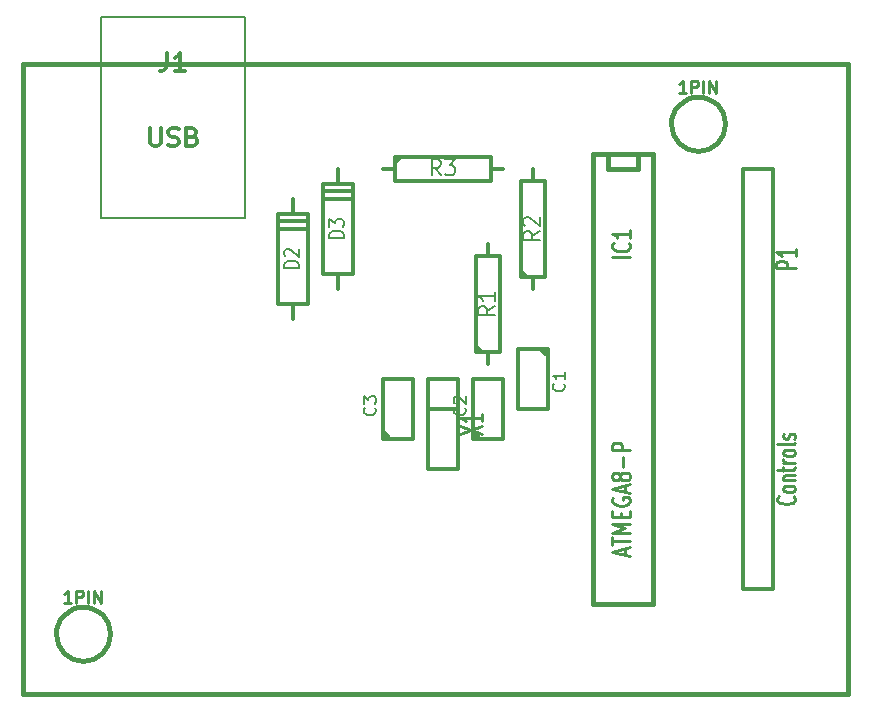
<source format=gto>
G04 (created by PCBNEW-RS274X (2010-05-09 BZR 2366)-stable) date Mon 06 Sep 2010 10:30:12 PM EDT*
G01*
G70*
G90*
%MOIN*%
G04 Gerber Fmt 3.4, Leading zero omitted, Abs format*
%FSLAX34Y34*%
G04 APERTURE LIST*
%ADD10C,0.006000*%
%ADD11C,0.015000*%
%ADD12C,0.012000*%
%ADD13C,0.005000*%
%ADD14C,0.008000*%
%ADD15C,0.011300*%
%ADD16C,0.010700*%
%ADD17C,0.010000*%
%ADD18C,0.010600*%
G04 APERTURE END LIST*
G54D10*
G54D11*
X06000Y-27500D02*
X33500Y-27500D01*
X06000Y-06500D02*
X06000Y-27500D01*
X33500Y-06500D02*
X06000Y-06500D01*
X33500Y-27500D02*
X33500Y-06500D01*
G54D12*
X18000Y-18980D02*
X18000Y-17000D01*
X18000Y-17000D02*
X19000Y-17000D01*
X19000Y-17000D02*
X19000Y-19000D01*
X19000Y-19000D02*
X18000Y-19000D01*
X18250Y-19000D02*
X18000Y-18750D01*
X21000Y-18980D02*
X21000Y-17000D01*
X21000Y-17000D02*
X22000Y-17000D01*
X22000Y-17000D02*
X22000Y-19000D01*
X22000Y-19000D02*
X21000Y-19000D01*
X21250Y-19000D02*
X21000Y-18750D01*
X23500Y-16020D02*
X23500Y-18000D01*
X23500Y-18000D02*
X22500Y-18000D01*
X22500Y-18000D02*
X22500Y-16000D01*
X22500Y-16000D02*
X23500Y-16000D01*
X23250Y-16000D02*
X23500Y-16250D01*
X16000Y-13500D02*
X16000Y-10500D01*
X16000Y-10500D02*
X17000Y-10500D01*
X17000Y-10500D02*
X17000Y-13500D01*
X17000Y-13500D02*
X16000Y-13500D01*
X16000Y-10750D02*
X17000Y-10750D01*
X17000Y-11000D02*
X16000Y-11000D01*
X16500Y-13500D02*
X16500Y-14000D01*
X16500Y-10500D02*
X16500Y-10000D01*
X14500Y-14500D02*
X14500Y-11500D01*
X14500Y-11500D02*
X15500Y-11500D01*
X15500Y-11500D02*
X15500Y-14500D01*
X15500Y-14500D02*
X14500Y-14500D01*
X14500Y-11750D02*
X15500Y-11750D01*
X15500Y-12000D02*
X14500Y-12000D01*
X15000Y-14500D02*
X15000Y-15000D01*
X15000Y-11500D02*
X15000Y-11000D01*
G54D11*
X27000Y-09500D02*
X27000Y-24500D01*
X27000Y-24500D02*
X25000Y-24500D01*
X25000Y-24500D02*
X25000Y-09500D01*
X25000Y-09500D02*
X27000Y-09500D01*
X26500Y-09500D02*
X26500Y-10000D01*
X26500Y-10000D02*
X25500Y-10000D01*
X25500Y-10000D02*
X25500Y-09500D01*
G54D12*
X18000Y-10000D02*
X18400Y-10000D01*
X18400Y-10000D02*
X18400Y-09600D01*
X18400Y-09600D02*
X21600Y-09600D01*
X21600Y-09600D02*
X21600Y-10400D01*
X21600Y-10400D02*
X18400Y-10400D01*
X18400Y-10400D02*
X18400Y-10000D01*
X18400Y-09800D02*
X18600Y-09600D01*
X22000Y-10000D02*
X21600Y-10000D01*
X23000Y-14000D02*
X23000Y-13600D01*
X23000Y-13600D02*
X22600Y-13600D01*
X22600Y-13600D02*
X22600Y-10400D01*
X22600Y-10400D02*
X23400Y-10400D01*
X23400Y-10400D02*
X23400Y-13600D01*
X23400Y-13600D02*
X23000Y-13600D01*
X22800Y-13600D02*
X22600Y-13400D01*
X23000Y-10000D02*
X23000Y-10400D01*
X21500Y-16500D02*
X21500Y-16100D01*
X21500Y-16100D02*
X21100Y-16100D01*
X21100Y-16100D02*
X21100Y-12900D01*
X21100Y-12900D02*
X21900Y-12900D01*
X21900Y-12900D02*
X21900Y-16100D01*
X21900Y-16100D02*
X21500Y-16100D01*
X21300Y-16100D02*
X21100Y-15900D01*
X21500Y-12500D02*
X21500Y-12900D01*
X31000Y-10000D02*
X31000Y-24000D01*
X31000Y-24000D02*
X30000Y-24000D01*
X30000Y-24000D02*
X30000Y-10000D01*
X30000Y-10000D02*
X31000Y-10000D01*
X19500Y-17000D02*
X20500Y-17000D01*
X20500Y-17000D02*
X20500Y-20000D01*
X20500Y-20000D02*
X19500Y-20000D01*
X19500Y-20000D02*
X19500Y-17000D01*
X20500Y-18000D02*
X19500Y-18000D01*
G54D13*
X13400Y-04950D02*
X08600Y-04950D01*
X08600Y-04950D02*
X08600Y-11650D01*
X08600Y-11650D02*
X13400Y-11650D01*
X13400Y-11650D02*
X13400Y-04950D01*
G54D11*
X29400Y-08500D02*
X29382Y-08674D01*
X29332Y-08842D01*
X29249Y-08998D01*
X29138Y-09134D01*
X29003Y-09246D01*
X28848Y-09329D01*
X28680Y-09381D01*
X28506Y-09399D01*
X28332Y-09384D01*
X28163Y-09334D01*
X28008Y-09253D01*
X27871Y-09143D01*
X27758Y-09008D01*
X27673Y-08854D01*
X27620Y-08687D01*
X27601Y-08512D01*
X27615Y-08338D01*
X27664Y-08169D01*
X27744Y-08013D01*
X27853Y-07875D01*
X27987Y-07761D01*
X28140Y-07676D01*
X28307Y-07621D01*
X28482Y-07601D01*
X28656Y-07614D01*
X28825Y-07661D01*
X28982Y-07741D01*
X29120Y-07849D01*
X29235Y-07982D01*
X29322Y-08134D01*
X29377Y-08301D01*
X29399Y-08475D01*
X29400Y-08500D01*
X08900Y-25500D02*
X08882Y-25674D01*
X08832Y-25842D01*
X08749Y-25998D01*
X08638Y-26134D01*
X08503Y-26246D01*
X08348Y-26329D01*
X08180Y-26381D01*
X08006Y-26399D01*
X07832Y-26384D01*
X07663Y-26334D01*
X07508Y-26253D01*
X07371Y-26143D01*
X07258Y-26008D01*
X07173Y-25854D01*
X07120Y-25687D01*
X07101Y-25512D01*
X07115Y-25338D01*
X07164Y-25169D01*
X07244Y-25013D01*
X07353Y-24875D01*
X07487Y-24761D01*
X07640Y-24676D01*
X07807Y-24621D01*
X07982Y-24601D01*
X08156Y-24614D01*
X08325Y-24661D01*
X08482Y-24741D01*
X08620Y-24849D01*
X08735Y-24982D01*
X08822Y-25134D01*
X08877Y-25301D01*
X08899Y-25475D01*
X08900Y-25500D01*
G54D14*
X17724Y-17966D02*
X17743Y-17985D01*
X17762Y-18042D01*
X17762Y-18080D01*
X17743Y-18138D01*
X17705Y-18176D01*
X17667Y-18195D01*
X17590Y-18214D01*
X17533Y-18214D01*
X17457Y-18195D01*
X17419Y-18176D01*
X17381Y-18138D01*
X17362Y-18080D01*
X17362Y-18042D01*
X17381Y-17985D01*
X17400Y-17966D01*
X17362Y-17833D02*
X17362Y-17585D01*
X17514Y-17719D01*
X17514Y-17661D01*
X17533Y-17623D01*
X17552Y-17604D01*
X17590Y-17585D01*
X17686Y-17585D01*
X17724Y-17604D01*
X17743Y-17623D01*
X17762Y-17661D01*
X17762Y-17776D01*
X17743Y-17814D01*
X17724Y-17833D01*
X20724Y-17966D02*
X20743Y-17985D01*
X20762Y-18042D01*
X20762Y-18080D01*
X20743Y-18138D01*
X20705Y-18176D01*
X20667Y-18195D01*
X20590Y-18214D01*
X20533Y-18214D01*
X20457Y-18195D01*
X20419Y-18176D01*
X20381Y-18138D01*
X20362Y-18080D01*
X20362Y-18042D01*
X20381Y-17985D01*
X20400Y-17966D01*
X20400Y-17814D02*
X20381Y-17795D01*
X20362Y-17757D01*
X20362Y-17661D01*
X20381Y-17623D01*
X20400Y-17604D01*
X20438Y-17585D01*
X20476Y-17585D01*
X20533Y-17604D01*
X20762Y-17833D01*
X20762Y-17585D01*
X24024Y-17166D02*
X24043Y-17185D01*
X24062Y-17242D01*
X24062Y-17280D01*
X24043Y-17338D01*
X24005Y-17376D01*
X23967Y-17395D01*
X23890Y-17414D01*
X23833Y-17414D01*
X23757Y-17395D01*
X23719Y-17376D01*
X23681Y-17338D01*
X23662Y-17280D01*
X23662Y-17242D01*
X23681Y-17185D01*
X23700Y-17166D01*
X24062Y-16785D02*
X24062Y-17014D01*
X24062Y-16900D02*
X23662Y-16900D01*
X23719Y-16938D01*
X23757Y-16976D01*
X23776Y-17014D01*
X16702Y-12295D02*
X16202Y-12295D01*
X16202Y-12200D01*
X16226Y-12142D01*
X16274Y-12104D01*
X16321Y-12085D01*
X16417Y-12066D01*
X16488Y-12066D01*
X16583Y-12085D01*
X16631Y-12104D01*
X16679Y-12142D01*
X16702Y-12200D01*
X16702Y-12295D01*
X16202Y-11933D02*
X16202Y-11685D01*
X16393Y-11819D01*
X16393Y-11761D01*
X16417Y-11723D01*
X16440Y-11704D01*
X16488Y-11685D01*
X16607Y-11685D01*
X16655Y-11704D01*
X16679Y-11723D01*
X16702Y-11761D01*
X16702Y-11876D01*
X16679Y-11914D01*
X16655Y-11933D01*
X15202Y-13295D02*
X14702Y-13295D01*
X14702Y-13200D01*
X14726Y-13142D01*
X14774Y-13104D01*
X14821Y-13085D01*
X14917Y-13066D01*
X14988Y-13066D01*
X15083Y-13085D01*
X15131Y-13104D01*
X15179Y-13142D01*
X15202Y-13200D01*
X15202Y-13295D01*
X14750Y-12914D02*
X14726Y-12895D01*
X14702Y-12857D01*
X14702Y-12761D01*
X14726Y-12723D01*
X14750Y-12704D01*
X14798Y-12685D01*
X14845Y-12685D01*
X14917Y-12704D01*
X15202Y-12933D01*
X15202Y-12685D01*
G54D15*
X26243Y-12939D02*
X25643Y-12939D01*
X26186Y-12468D02*
X26214Y-12489D01*
X26243Y-12553D01*
X26243Y-12596D01*
X26214Y-12661D01*
X26157Y-12703D01*
X26100Y-12725D01*
X25986Y-12746D01*
X25900Y-12746D01*
X25786Y-12725D01*
X25729Y-12703D01*
X25671Y-12661D01*
X25643Y-12596D01*
X25643Y-12553D01*
X25671Y-12489D01*
X25700Y-12468D01*
X26243Y-12039D02*
X26243Y-12296D01*
X26243Y-12168D02*
X25643Y-12168D01*
X25729Y-12211D01*
X25786Y-12253D01*
X25814Y-12296D01*
X26071Y-22875D02*
X26071Y-22661D01*
X26243Y-22918D02*
X25643Y-22768D01*
X26243Y-22618D01*
X25643Y-22532D02*
X25643Y-22275D01*
X26243Y-22404D02*
X25643Y-22404D01*
X26243Y-22125D02*
X25643Y-22125D01*
X26071Y-21975D01*
X25643Y-21825D01*
X26243Y-21825D01*
X25929Y-21611D02*
X25929Y-21461D01*
X26243Y-21397D02*
X26243Y-21611D01*
X25643Y-21611D01*
X25643Y-21397D01*
X25671Y-20968D02*
X25643Y-21011D01*
X25643Y-21075D01*
X25671Y-21140D01*
X25729Y-21182D01*
X25786Y-21204D01*
X25900Y-21225D01*
X25986Y-21225D01*
X26100Y-21204D01*
X26157Y-21182D01*
X26214Y-21140D01*
X26243Y-21075D01*
X26243Y-21032D01*
X26214Y-20968D01*
X26186Y-20947D01*
X25986Y-20947D01*
X25986Y-21032D01*
X26071Y-20775D02*
X26071Y-20561D01*
X26243Y-20818D02*
X25643Y-20668D01*
X26243Y-20518D01*
X25900Y-20304D02*
X25871Y-20346D01*
X25843Y-20368D01*
X25786Y-20389D01*
X25757Y-20389D01*
X25700Y-20368D01*
X25671Y-20346D01*
X25643Y-20304D01*
X25643Y-20218D01*
X25671Y-20175D01*
X25700Y-20154D01*
X25757Y-20132D01*
X25786Y-20132D01*
X25843Y-20154D01*
X25871Y-20175D01*
X25900Y-20218D01*
X25900Y-20304D01*
X25929Y-20346D01*
X25957Y-20368D01*
X26014Y-20389D01*
X26129Y-20389D01*
X26186Y-20368D01*
X26214Y-20346D01*
X26243Y-20304D01*
X26243Y-20218D01*
X26214Y-20175D01*
X26186Y-20154D01*
X26129Y-20132D01*
X26014Y-20132D01*
X25957Y-20154D01*
X25929Y-20175D01*
X25900Y-20218D01*
X26014Y-19939D02*
X26014Y-19596D01*
X26243Y-19382D02*
X25643Y-19382D01*
X25643Y-19210D01*
X25671Y-19168D01*
X25700Y-19146D01*
X25757Y-19125D01*
X25843Y-19125D01*
X25900Y-19146D01*
X25929Y-19168D01*
X25957Y-19210D01*
X25957Y-19382D01*
G54D14*
X19917Y-10223D02*
X19750Y-09961D01*
X19631Y-10223D02*
X19631Y-09673D01*
X19822Y-09673D01*
X19869Y-09699D01*
X19893Y-09725D01*
X19917Y-09777D01*
X19917Y-09856D01*
X19893Y-09908D01*
X19869Y-09935D01*
X19822Y-09961D01*
X19631Y-09961D01*
X20083Y-09673D02*
X20393Y-09673D01*
X20226Y-09882D01*
X20298Y-09882D01*
X20345Y-09908D01*
X20369Y-09935D01*
X20393Y-09987D01*
X20393Y-10118D01*
X20369Y-10170D01*
X20345Y-10196D01*
X20298Y-10223D01*
X20155Y-10223D01*
X20107Y-10196D01*
X20083Y-10170D01*
X23223Y-12083D02*
X22961Y-12250D01*
X23223Y-12369D02*
X22673Y-12369D01*
X22673Y-12178D01*
X22699Y-12131D01*
X22725Y-12107D01*
X22777Y-12083D01*
X22856Y-12083D01*
X22908Y-12107D01*
X22935Y-12131D01*
X22961Y-12178D01*
X22961Y-12369D01*
X22725Y-11893D02*
X22699Y-11869D01*
X22673Y-11821D01*
X22673Y-11702D01*
X22699Y-11655D01*
X22725Y-11631D01*
X22777Y-11607D01*
X22830Y-11607D01*
X22908Y-11631D01*
X23223Y-11917D01*
X23223Y-11607D01*
X21723Y-14583D02*
X21461Y-14750D01*
X21723Y-14869D02*
X21173Y-14869D01*
X21173Y-14678D01*
X21199Y-14631D01*
X21225Y-14607D01*
X21277Y-14583D01*
X21356Y-14583D01*
X21408Y-14607D01*
X21435Y-14631D01*
X21461Y-14678D01*
X21461Y-14869D01*
X21723Y-14107D02*
X21723Y-14393D01*
X21723Y-14250D02*
X21173Y-14250D01*
X21251Y-14298D01*
X21304Y-14345D01*
X21330Y-14393D01*
G54D16*
X31775Y-13316D02*
X31094Y-13316D01*
X31094Y-13153D01*
X31127Y-13112D01*
X31159Y-13092D01*
X31224Y-13072D01*
X31321Y-13072D01*
X31386Y-13092D01*
X31418Y-13112D01*
X31451Y-13153D01*
X31451Y-13316D01*
X31775Y-12664D02*
X31775Y-12908D01*
X31775Y-12786D02*
X31094Y-12786D01*
X31191Y-12827D01*
X31256Y-12868D01*
X31289Y-12908D01*
G54D17*
X31686Y-20924D02*
X31714Y-20943D01*
X31743Y-21000D01*
X31743Y-21038D01*
X31714Y-21096D01*
X31657Y-21134D01*
X31600Y-21153D01*
X31486Y-21172D01*
X31400Y-21172D01*
X31286Y-21153D01*
X31229Y-21134D01*
X31171Y-21096D01*
X31143Y-21038D01*
X31143Y-21000D01*
X31171Y-20943D01*
X31200Y-20924D01*
X31743Y-20696D02*
X31714Y-20734D01*
X31686Y-20753D01*
X31629Y-20772D01*
X31457Y-20772D01*
X31400Y-20753D01*
X31371Y-20734D01*
X31343Y-20696D01*
X31343Y-20638D01*
X31371Y-20600D01*
X31400Y-20581D01*
X31457Y-20562D01*
X31629Y-20562D01*
X31686Y-20581D01*
X31714Y-20600D01*
X31743Y-20638D01*
X31743Y-20696D01*
X31343Y-20391D02*
X31743Y-20391D01*
X31400Y-20391D02*
X31371Y-20372D01*
X31343Y-20334D01*
X31343Y-20276D01*
X31371Y-20238D01*
X31429Y-20219D01*
X31743Y-20219D01*
X31343Y-20086D02*
X31343Y-19934D01*
X31143Y-20029D02*
X31657Y-20029D01*
X31714Y-20010D01*
X31743Y-19972D01*
X31743Y-19934D01*
X31743Y-19800D02*
X31343Y-19800D01*
X31457Y-19800D02*
X31400Y-19781D01*
X31371Y-19762D01*
X31343Y-19724D01*
X31343Y-19685D01*
X31743Y-19495D02*
X31714Y-19533D01*
X31686Y-19552D01*
X31629Y-19571D01*
X31457Y-19571D01*
X31400Y-19552D01*
X31371Y-19533D01*
X31343Y-19495D01*
X31343Y-19437D01*
X31371Y-19399D01*
X31400Y-19380D01*
X31457Y-19361D01*
X31629Y-19361D01*
X31686Y-19380D01*
X31714Y-19399D01*
X31743Y-19437D01*
X31743Y-19495D01*
X31743Y-19133D02*
X31714Y-19171D01*
X31657Y-19190D01*
X31143Y-19190D01*
X31714Y-18999D02*
X31743Y-18961D01*
X31743Y-18885D01*
X31714Y-18846D01*
X31657Y-18827D01*
X31629Y-18827D01*
X31571Y-18846D01*
X31543Y-18885D01*
X31543Y-18942D01*
X31514Y-18980D01*
X31457Y-18999D01*
X31429Y-18999D01*
X31371Y-18980D01*
X31343Y-18942D01*
X31343Y-18885D01*
X31371Y-18846D01*
G54D18*
X20580Y-18843D02*
X21285Y-18561D01*
X20580Y-18561D02*
X21285Y-18843D01*
X21285Y-18177D02*
X21285Y-18419D01*
X21285Y-18298D02*
X20580Y-18298D01*
X20681Y-18338D01*
X20748Y-18379D01*
X20781Y-18419D01*
G54D12*
X10800Y-06143D02*
X10800Y-06571D01*
X10772Y-06657D01*
X10715Y-06714D01*
X10629Y-06743D01*
X10572Y-06743D01*
X11400Y-06743D02*
X11057Y-06743D01*
X11229Y-06743D02*
X11229Y-06143D01*
X11172Y-06229D01*
X11114Y-06286D01*
X11057Y-06314D01*
X10243Y-08643D02*
X10243Y-09129D01*
X10271Y-09186D01*
X10300Y-09214D01*
X10357Y-09243D01*
X10471Y-09243D01*
X10529Y-09214D01*
X10557Y-09186D01*
X10586Y-09129D01*
X10586Y-08643D01*
X10843Y-09214D02*
X10929Y-09243D01*
X11072Y-09243D01*
X11129Y-09214D01*
X11158Y-09186D01*
X11186Y-09129D01*
X11186Y-09071D01*
X11158Y-09014D01*
X11129Y-08986D01*
X11072Y-08957D01*
X10958Y-08929D01*
X10900Y-08900D01*
X10872Y-08871D01*
X10843Y-08814D01*
X10843Y-08757D01*
X10872Y-08700D01*
X10900Y-08671D01*
X10958Y-08643D01*
X11100Y-08643D01*
X11186Y-08671D01*
X11643Y-08929D02*
X11729Y-08957D01*
X11757Y-08986D01*
X11786Y-09043D01*
X11786Y-09129D01*
X11757Y-09186D01*
X11729Y-09214D01*
X11671Y-09243D01*
X11443Y-09243D01*
X11443Y-08643D01*
X11643Y-08643D01*
X11700Y-08671D01*
X11729Y-08700D01*
X11757Y-08757D01*
X11757Y-08814D01*
X11729Y-08871D01*
X11700Y-08900D01*
X11643Y-08929D01*
X11443Y-08929D01*
G54D17*
X28110Y-07462D02*
X27881Y-07462D01*
X27995Y-07462D02*
X27995Y-07062D01*
X27957Y-07119D01*
X27919Y-07157D01*
X27881Y-07176D01*
X28281Y-07462D02*
X28281Y-07062D01*
X28434Y-07062D01*
X28472Y-07081D01*
X28491Y-07100D01*
X28510Y-07138D01*
X28510Y-07195D01*
X28491Y-07233D01*
X28472Y-07252D01*
X28434Y-07271D01*
X28281Y-07271D01*
X28681Y-07462D02*
X28681Y-07062D01*
X28871Y-07462D02*
X28871Y-07062D01*
X29100Y-07462D01*
X29100Y-07062D01*
X07610Y-24462D02*
X07381Y-24462D01*
X07495Y-24462D02*
X07495Y-24062D01*
X07457Y-24119D01*
X07419Y-24157D01*
X07381Y-24176D01*
X07781Y-24462D02*
X07781Y-24062D01*
X07934Y-24062D01*
X07972Y-24081D01*
X07991Y-24100D01*
X08010Y-24138D01*
X08010Y-24195D01*
X07991Y-24233D01*
X07972Y-24252D01*
X07934Y-24271D01*
X07781Y-24271D01*
X08181Y-24462D02*
X08181Y-24062D01*
X08371Y-24462D02*
X08371Y-24062D01*
X08600Y-24462D01*
X08600Y-24062D01*
M02*

</source>
